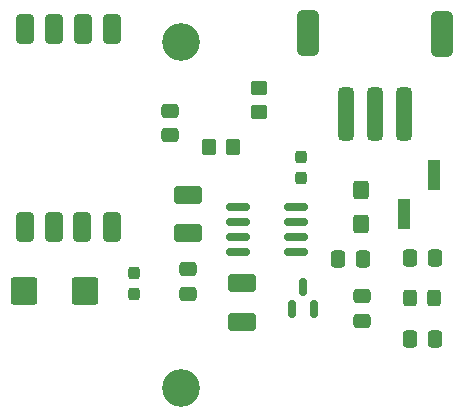
<source format=gbr>
%TF.GenerationSoftware,KiCad,Pcbnew,7.0.9*%
%TF.CreationDate,2023-11-10T13:40:09+01:00*%
%TF.ProjectId,MPX5100DP-SMD-board,4d505835-3130-4304-9450-2d534d442d62,1.1*%
%TF.SameCoordinates,Original*%
%TF.FileFunction,Soldermask,Top*%
%TF.FilePolarity,Negative*%
%FSLAX46Y46*%
G04 Gerber Fmt 4.6, Leading zero omitted, Abs format (unit mm)*
G04 Created by KiCad (PCBNEW 7.0.9) date 2023-11-10 13:40:09*
%MOMM*%
%LPD*%
G01*
G04 APERTURE LIST*
G04 Aperture macros list*
%AMRoundRect*
0 Rectangle with rounded corners*
0 $1 Rounding radius*
0 $2 $3 $4 $5 $6 $7 $8 $9 X,Y pos of 4 corners*
0 Add a 4 corners polygon primitive as box body*
4,1,4,$2,$3,$4,$5,$6,$7,$8,$9,$2,$3,0*
0 Add four circle primitives for the rounded corners*
1,1,$1+$1,$2,$3*
1,1,$1+$1,$4,$5*
1,1,$1+$1,$6,$7*
1,1,$1+$1,$8,$9*
0 Add four rect primitives between the rounded corners*
20,1,$1+$1,$2,$3,$4,$5,0*
20,1,$1+$1,$4,$5,$6,$7,0*
20,1,$1+$1,$6,$7,$8,$9,0*
20,1,$1+$1,$8,$9,$2,$3,0*%
G04 Aperture macros list end*
%ADD10RoundRect,0.460375X0.460375X1.495425X-0.460375X1.495425X-0.460375X-1.495425X0.460375X-1.495425X0*%
%ADD11RoundRect,0.325000X-0.325000X1.925000X-0.325000X-1.925000X0.325000X-1.925000X0.325000X1.925000X0*%
%ADD12C,3.200000*%
%ADD13RoundRect,0.250000X0.337500X0.475000X-0.337500X0.475000X-0.337500X-0.475000X0.337500X-0.475000X0*%
%ADD14RoundRect,0.250000X-0.337500X-0.475000X0.337500X-0.475000X0.337500X0.475000X-0.337500X0.475000X0*%
%ADD15RoundRect,0.250001X-0.924999X0.499999X-0.924999X-0.499999X0.924999X-0.499999X0.924999X0.499999X0*%
%ADD16RoundRect,0.150000X-0.825000X-0.150000X0.825000X-0.150000X0.825000X0.150000X-0.825000X0.150000X0*%
%ADD17RoundRect,0.250000X0.475000X-0.337500X0.475000X0.337500X-0.475000X0.337500X-0.475000X-0.337500X0*%
%ADD18RoundRect,0.250000X0.875000X0.925000X-0.875000X0.925000X-0.875000X-0.925000X0.875000X-0.925000X0*%
%ADD19RoundRect,0.237500X0.237500X-0.287500X0.237500X0.287500X-0.237500X0.287500X-0.237500X-0.287500X0*%
%ADD20RoundRect,0.380000X-0.380000X-0.890000X0.380000X-0.890000X0.380000X0.890000X-0.380000X0.890000X0*%
%ADD21R,1.000000X2.510000*%
%ADD22RoundRect,0.150000X0.150000X-0.587500X0.150000X0.587500X-0.150000X0.587500X-0.150000X-0.587500X0*%
%ADD23RoundRect,0.250000X-0.450000X0.350000X-0.450000X-0.350000X0.450000X-0.350000X0.450000X0.350000X0*%
%ADD24RoundRect,0.250000X-0.325000X-0.450000X0.325000X-0.450000X0.325000X0.450000X-0.325000X0.450000X0*%
%ADD25RoundRect,0.250000X-0.475000X0.337500X-0.475000X-0.337500X0.475000X-0.337500X0.475000X0.337500X0*%
%ADD26RoundRect,0.250000X-0.350000X-0.450000X0.350000X-0.450000X0.350000X0.450000X-0.350000X0.450000X0*%
%ADD27RoundRect,0.237500X-0.237500X0.287500X-0.237500X-0.287500X0.237500X-0.287500X0.237500X0.287500X0*%
%ADD28RoundRect,0.250000X0.425000X-0.537500X0.425000X0.537500X-0.425000X0.537500X-0.425000X-0.537500X0*%
G04 APERTURE END LIST*
D10*
%TO.C,J1*%
X95985444Y-22682200D03*
X84612594Y-22656800D03*
D11*
X92791394Y-29464000D03*
X90302194Y-29464000D03*
X87812994Y-29464000D03*
%TD*%
D12*
%TO.C,REF\u002A\u002A*%
X73842994Y-52705000D03*
%TD*%
%TO.C,REF\u002A\u002A*%
X73842994Y-23368000D03*
%TD*%
D13*
%TO.C,C9*%
X95351994Y-41656000D03*
X93276994Y-41656000D03*
%TD*%
D14*
%TO.C,C8*%
X93276994Y-48514000D03*
X95351994Y-48514000D03*
%TD*%
D15*
%TO.C,C1*%
X74480994Y-36348000D03*
X74480994Y-39598000D03*
%TD*%
D13*
%TO.C,C6*%
X89255994Y-41783000D03*
X87180994Y-41783000D03*
%TD*%
D16*
%TO.C,U1*%
X78671994Y-37338000D03*
X78671994Y-38608000D03*
X78671994Y-39878000D03*
X78671994Y-41148000D03*
X83621994Y-41148000D03*
X83621994Y-39878000D03*
X83621994Y-38608000D03*
X83621994Y-37338000D03*
%TD*%
D17*
%TO.C,C3*%
X74480994Y-44704000D03*
X74480994Y-42629000D03*
%TD*%
D18*
%TO.C,C7*%
X65714994Y-44450000D03*
X60614994Y-44450000D03*
%TD*%
D15*
%TO.C,C2*%
X79049994Y-43815000D03*
X79049994Y-47065000D03*
%TD*%
D19*
%TO.C,D2*%
X69905994Y-44690000D03*
X69905994Y-42940000D03*
%TD*%
D20*
%TO.C,U3*%
X60650362Y-39079092D03*
X63139562Y-39079092D03*
X65476362Y-39079092D03*
X68016362Y-39079092D03*
X68016362Y-22319092D03*
X65561029Y-22319092D03*
X63105696Y-22319092D03*
X60650362Y-22319092D03*
%TD*%
D21*
%TO.C,J2*%
X92768994Y-37977000D03*
X95308994Y-34667000D03*
%TD*%
D22*
%TO.C,U2*%
X83243994Y-45974000D03*
X85143994Y-45974000D03*
X84193994Y-44099000D03*
%TD*%
D23*
%TO.C,R1*%
X80466994Y-27305000D03*
X80466994Y-29305000D03*
%TD*%
D24*
%TO.C,L1*%
X93276994Y-45085000D03*
X95326994Y-45085000D03*
%TD*%
D25*
%TO.C,C10*%
X72953994Y-29210000D03*
X72953994Y-31285000D03*
%TD*%
D26*
%TO.C,R2*%
X76271994Y-32258000D03*
X78271994Y-32258000D03*
%TD*%
D27*
%TO.C,D1*%
X84005994Y-33161000D03*
X84005994Y-34911000D03*
%TD*%
D28*
%TO.C,C4*%
X89085994Y-38816000D03*
X89085994Y-35941000D03*
%TD*%
D25*
%TO.C,C5*%
X89212994Y-44936500D03*
X89212994Y-47011500D03*
%TD*%
M02*

</source>
